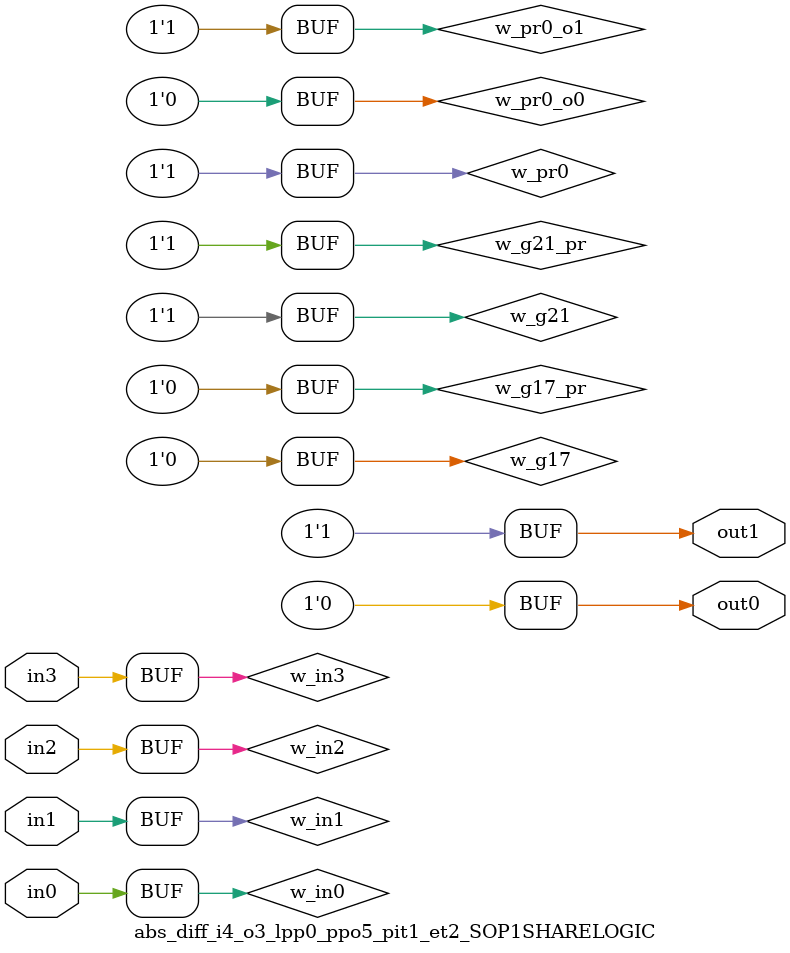
<source format=v>
module abs_diff_i4_o3_lpp0_ppo5_pit1_et2_SOP1SHARELOGIC (in0, in1, in2, in3, out0, out1);
// declaring inputs
input in0,  in1,  in2,  in3;
// declaring outputs
output out0,  out1;
// JSON model input
wire w_in3, w_in2, w_in1, w_in0;
// JSON model output
wire w_g17, w_g21;
//json model
wire w_g17_pr, w_g21_pr, w_pr0_o0, w_pr0_o1, w_pr0;
// JSON model input assign
assign w_in3 = in3;
assign w_in2 = in2;
assign w_in1 = in1;
assign w_in0 = in0;

//json model assigns (approximated Shared/XPAT part)
//assign literals to products
assign w_pr0 = 1;
//if a product has literals and if the product is being "activated" for that output
assign w_pr0_o0 = w_pr0 & 0;
assign w_pr0_o1 = w_pr0 & 1;
//compose an output with corresponding products (OR)
assign w_g17 = w_pr0_o0;
assign w_g21 = w_pr0_o1;
//if an output has products and if it is part of the JSON model
assign w_g17_pr = w_g17 & 0;
assign w_g21_pr = w_g21 & 1;
// output assigns
assign out0 = w_g17_pr;
assign out1 = w_g21_pr;
endmodule
</source>
